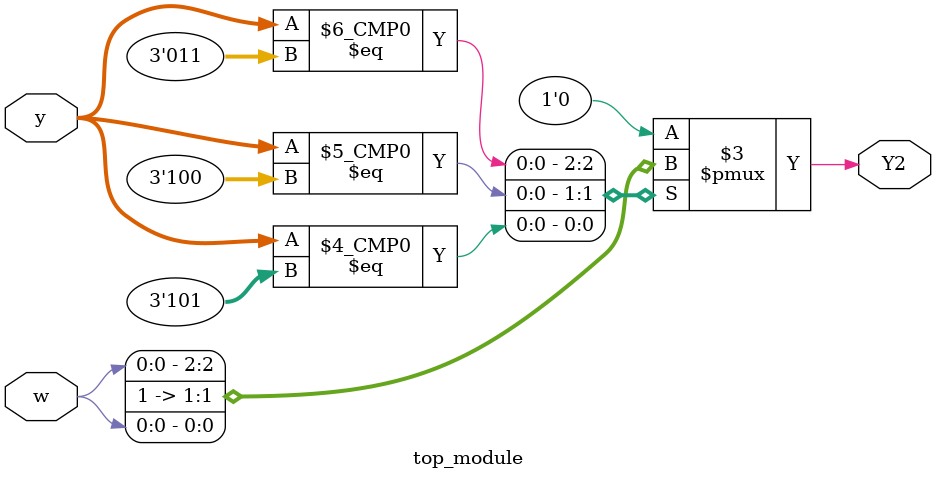
<source format=sv>
module top_module(
    input [3:1] y,
    input w,
    output reg Y2);
    
    always @(*) begin
        case (y)
            3'b000: Y2 = 1'b0;                      // State A -> Y2 is 0 (always)
            3'b001: Y2 = 1'b0;                      // State B -> Y2 is 0 during transition (next state depends on w)
            3'b010: Y2 = 1'b0;                      // State C -> Y2 is 0 (always)
            3'b011: Y2 = w;                         // State D -> Y2 depends on w for next state
            3'b100: Y2 = 1'b1;                      // State E -> Y2 is 1 (always)
            3'b101: Y2 = w;                         // State F -> Y2 depends on w for next state
            default: Y2 = 1'b0;                     // Default case for safety
        endcase
    end
    
endmodule

</source>
